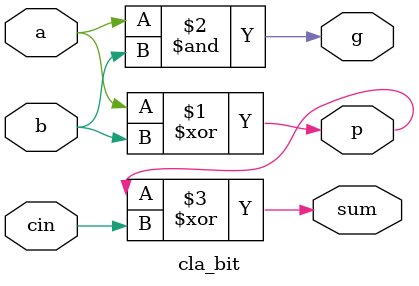
<source format=v>
module cla_bit(
    input  a,
    input  b,
    input  cin,
    output sum,
    output p,
    output g
);

    assign p   = a ^ b;      
    assign g   = a & b;      
    assign sum = p ^ cin;    

endmodule

</source>
